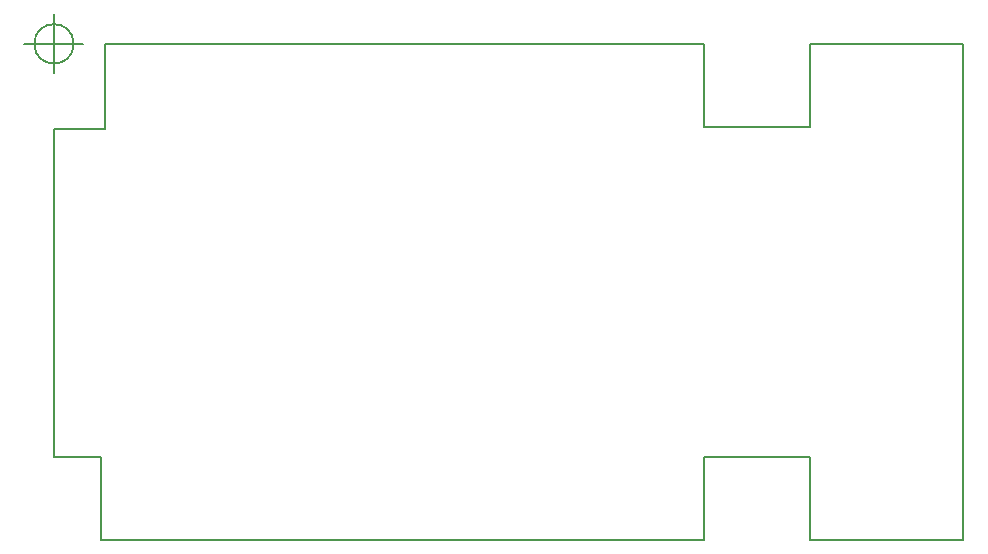
<source format=gbr>
%TF.GenerationSoftware,KiCad,Pcbnew,4.0.7-e2-6376~58~ubuntu16.04.1*%
%TF.CreationDate,2017-12-07T11:47:19+02:00*%
%TF.ProjectId,Rover_Commander_v3.1a,526F7665725F436F6D6D616E6465725F,rev?*%
%TF.FileFunction,Profile,NP*%
%FSLAX46Y46*%
G04 Gerber Fmt 4.6, Leading zero omitted, Abs format (unit mm)*
G04 Created by KiCad (PCBNEW 4.0.7-e2-6376~58~ubuntu16.04.1) date Thu Dec  7 11:47:19 2017*
%MOMM*%
%LPD*%
G01*
G04 APERTURE LIST*
%ADD10C,0.100000*%
%ADD11C,0.150000*%
G04 APERTURE END LIST*
D10*
D11*
X108666666Y-80000000D02*
G75*
G03X108666666Y-80000000I-1666666J0D01*
G01*
X104500000Y-80000000D02*
X109500000Y-80000000D01*
X107000000Y-77500000D02*
X107000000Y-82500000D01*
X171000000Y-87000000D02*
X171000000Y-80000000D01*
X162000000Y-87000000D02*
X171000000Y-87000000D01*
X162000000Y-80000000D02*
X162000000Y-87000000D01*
X171000000Y-115000000D02*
X171000000Y-122000000D01*
X162000000Y-115000000D02*
X171000000Y-115000000D01*
X162000000Y-122000000D02*
X162000000Y-115000000D01*
X111000000Y-115000000D02*
X111000000Y-122000000D01*
X107000000Y-115000000D02*
X111000000Y-115000000D01*
X111300000Y-87200000D02*
X107000000Y-87200000D01*
X111300000Y-80000000D02*
X111300000Y-87200000D01*
X171000000Y-80000000D02*
X184000000Y-80000000D01*
X162000000Y-122000000D02*
X111000000Y-122000000D01*
X107000000Y-115000000D02*
X107000000Y-87200000D01*
X184000000Y-122000000D02*
X171000000Y-122000000D01*
X184000000Y-80000000D02*
X184000000Y-122000000D01*
X111300000Y-80000000D02*
X162000000Y-80000000D01*
M02*

</source>
